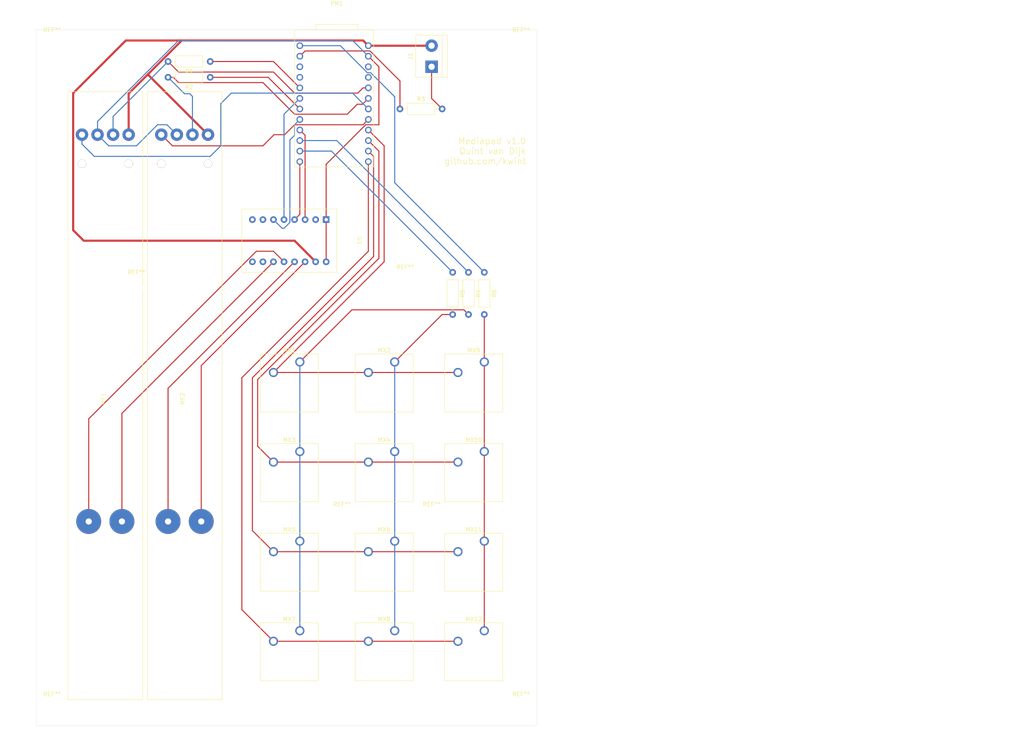
<source format=kicad_pcb>
(kicad_pcb (version 20211014) (generator pcbnew)
  (layers (0 "F.Cu" signal) (31 "B.Cu" signal) (34 "B.Paste" user) (35 "F.Paste" user) (36 "B.SilkS" user "B.Silkscreen") (37 "F.SilkS" user "F.Silkscreen") (38 "B.Mask" user) (39 "F.Mask" user) (44 "Edge.Cuts" user))
  (net 0 "")
  (net 1 "M1_pos")
  (net 2 "M1_neg")
  (net 3 "+5V")
  (net 4 "M2_pos")
  (net 5 "Earth")
  (net 6 "M2_neg")
  (net 7 "fader1")
  (net 8 "fader2")
  (net 9 "key_row1")
  (net 10 "key_row2")
  (net 11 "key_row3")
  (net 12 "key_col1")
  (net 13 "key_col2")
  (net 14 "key_row4")
  (net 15 "Net-(MF1-Pad7)")
  (net 16 "Net-(MF1-Pad6)")
  (net 17 "Net-(MF2-Pad6)")
  (net 18 "Net-(MF2-Pad7)")
  (net 19 "Net-(PM1-Pad1)")
  (net 24 "Net-(J1-Pad1)")
  (net 25 "fader_cap1")
  (net 26 "fader_cap2")
  (net 27 "Net-(MX1-Pad1)")
  (net 28 "Net-(MX2-Pad1)")
  (net 29 "Net-(MX10-Pad1)")
  (net 30 "key_col3")
  (net 31 "fader_out1")
  (net 32 "fader_out2")
  (footprint "TerminalBlock:TerminalBlock_bornier-2_P5.08mm" (layer "F.Cu") (at 114.3 21.59 90)
    (fp_text reference "J1" (at 2.54 -5.08 90) (layer "F.SilkS"))
    (fp_text value "Screw_Terminal_01x02")
    (fp_line (start -2.54 3.81) (end 7.62 3.81) (layer "F.SilkS") (width 0.12))
    (fp_line (start 7.62 -3.81) (end -2.54 -3.81) (layer "F.SilkS") (width 0.12))
    (fp_line (start -2.54 -3.81) (end -2.54 3.81) (layer "F.SilkS") (width 0.12))
    (fp_line (start 7.62 3.81) (end 7.62 -3.81) (layer "F.SilkS") (width 0.12))
    (fp_line (start 7.62 2.54) (end -2.54 2.54) (layer "F.SilkS") (width 0.12))
    (pad "1" thru_hole rect locked (at 0 0 90) (size 3 3) (drill 1.52) (layers *.Cu *.Mask) (net 24 "Net-(J1-Pad1)"))
    (pad "2" thru_hole circle locked (at 5.08 0 90) (size 3 3) (drill 1.52) (layers *.Cu *.Mask) (net 3 "+5V"))
  )
  (footprint "Button_Switch_Keyboard:SW_Cherry_MX_1.00u_PCB" (layer "F.Cu") (at 82.55 92.71)
    (fp_text reference "MX1" (at -2.54 -2.794) (layer "F.SilkS"))
    (fp_text value "MX-LED")
    (fp_line (start 4.445 -1.905) (end 4.445 12.065) (layer "F.SilkS") (width 0.12))
    (fp_line (start -9.525 -1.905) (end 4.445 -1.905) (layer "F.SilkS") (width 0.12))
    (fp_line (start -9.525 12.065) (end -9.525 -1.905) (layer "F.SilkS") (width 0.12))
    (fp_line (start 4.445 12.065) (end -9.525 12.065) (layer "F.SilkS") (width 0.12))
    (pad "" np_thru_hole circle locked (at 2.54 5.08) (size 1.7 1.7) (drill 1.7) (layers *.Cu *.Mask))
    (pad "" np_thru_hole circle locked (at -7.62 5.08) (size 1.7 1.7) (drill 1.7) (layers *.Cu *.Mask))
    (pad "" np_thru_hole circle locked (at -2.54 5.08) (size 4 4) (drill 4) (layers *.Cu *.Mask))
    (pad "1" thru_hole circle locked (at 0 0) (size 2.2 2.2) (drill 1.5) (layers *.Cu *.Mask) (net 27 "Net-(MX1-Pad1)"))
    (pad "2" thru_hole circle locked (at -6.35 2.54) (size 2.2 2.2) (drill 1.5) (layers *.Cu *.Mask) (net 9 "key_row1"))
  )
  (footprint "Button_Switch_Keyboard:SW_Cherry_MX_1.00u_PCB" (layer "F.Cu") (at 82.55 114.3)
    (fp_text reference "MX3" (at -2.54 -2.794) (layer "F.SilkS"))
    (fp_text value "MX-LED")
    (fp_line (start -9.525 -1.905) (end 4.445 -1.905) (layer "F.SilkS") (width 0.12))
    (fp_line (start 4.445 12.065) (end -9.525 12.065) (layer "F.SilkS") (width 0.12))
    (fp_line (start 4.445 -1.905) (end 4.445 12.065) (layer "F.SilkS") (width 0.12))
    (fp_line (start -9.525 12.065) (end -9.525 -1.905) (layer "F.SilkS") (width 0.12))
    (pad "" np_thru_hole circle (at -2.54 5.08) (size 4 4) (drill 4) (layers *.Cu *.Mask))
    (pad "" np_thru_hole circle (at 2.54 5.08) (size 1.7 1.7) (drill 1.7) (layers *.Cu *.Mask))
    (pad "" np_thru_hole circle (at -7.62 5.08) (size 1.7 1.7) (drill 1.7) (layers *.Cu *.Mask))
    (pad "1" thru_hole circle (at 0 0) (size 2.2 2.2) (drill 1.5) (layers *.Cu *.Mask) (net 27 "Net-(MX1-Pad1)"))
    (pad "2" thru_hole circle (at -6.35 2.54) (size 2.2 2.2) (drill 1.5) (layers *.Cu *.Mask) (net 10 "key_row2"))
  )
  (footprint "Button_Switch_Keyboard:SW_Cherry_MX_1.00u_PCB" (layer "F.Cu") (at 82.55 135.89)
    (fp_text reference "MX5" (at -2.54 -2.794) (layer "F.SilkS"))
    (fp_text value "MX-LED")
    (fp_line (start -9.525 12.065) (end -9.525 -1.905) (layer "F.SilkS") (width 0.12))
    (fp_line (start -9.525 -1.905) (end 4.445 -1.905) (layer "F.SilkS") (width 0.12))
    (fp_line (start 4.445 12.065) (end -9.525 12.065) (layer "F.SilkS") (width 0.12))
    (fp_line (start 4.445 -1.905) (end 4.445 12.065) (layer "F.SilkS") (width 0.12))
    (pad "" np_thru_hole circle locked (at 2.54 5.08) (size 1.7 1.7) (drill 1.7) (layers *.Cu *.Mask))
    (pad "" np_thru_hole circle locked (at -7.62 5.08) (size 1.7 1.7) (drill 1.7) (layers *.Cu *.Mask))
    (pad "" np_thru_hole circle locked (at -2.54 5.08) (size 4 4) (drill 4) (layers *.Cu *.Mask))
    (pad "1" thru_hole circle locked (at 0 0) (size 2.2 2.2) (drill 1.5) (layers *.Cu *.Mask) (net 27 "Net-(MX1-Pad1)"))
    (pad "2" thru_hole circle locked (at -6.35 2.54) (size 2.2 2.2) (drill 1.5) (layers *.Cu *.Mask) (net 11 "key_row3"))
  )
  (footprint "Button_Switch_Keyboard:SW_Cherry_MX_1.00u_PCB" (layer "F.Cu") (at 82.55 157.48)
    (fp_text reference "MX7" (at -2.54 -2.794) (layer "F.SilkS"))
    (fp_text value "MX-LED")
    (fp_line (start -9.525 -1.905) (end 4.445 -1.905) (layer "F.SilkS") (width 0.12))
    (fp_line (start 4.445 -1.905) (end 4.445 12.065) (layer "F.SilkS") (width 0.12))
    (fp_line (start -9.525 12.065) (end -9.525 -1.905) (layer "F.SilkS") (width 0.12))
    (fp_line (start 4.445 12.065) (end -9.525 12.065) (layer "F.SilkS") (width 0.12))
    (pad "" np_thru_hole circle locked (at -2.54 5.08) (size 4 4) (drill 4) (layers *.Cu *.Mask))
    (pad "" np_thru_hole circle locked (at -7.62 5.08) (size 1.7 1.7) (drill 1.7) (layers *.Cu *.Mask))
    (pad "" np_thru_hole circle locked (at 2.54 5.08) (size 1.7 1.7) (drill 1.7) (layers *.Cu *.Mask))
    (pad "1" thru_hole circle locked (at 0 0) (size 2.2 2.2) (drill 1.5) (layers *.Cu *.Mask) (net 27 "Net-(MX1-Pad1)"))
    (pad "2" thru_hole circle locked (at -6.35 2.54) (size 2.2 2.2) (drill 1.5) (layers *.Cu *.Mask) (net 14 "key_row4"))
  )
  (footprint "Button_Switch_Keyboard:SW_Cherry_MX_1.00u_PCB" (layer "F.Cu") (at 127 92.71)
    (fp_text reference "MX9" (at -2.54 -2.794) (layer "F.SilkS"))
    (fp_text value "MX-LED")
    (fp_line (start -9.525 12.065) (end -9.525 -1.905) (layer "F.SilkS") (width 0.12))
    (fp_line (start 4.445 -1.905) (end 4.445 12.065) (layer "F.SilkS") (width 0.12))
    (fp_line (start 4.445 12.065) (end -9.525 12.065) (layer "F.SilkS") (width 0.12))
    (fp_line (start -9.525 -1.905) (end 4.445 -1.905) (layer "F.SilkS") (width 0.12))
    (pad "" np_thru_hole circle locked (at 2.54 5.08) (size 1.7 1.7) (drill 1.7) (layers *.Cu *.Mask))
    (pad "" np_thru_hole circle locked (at -2.54 5.08) (size 4 4) (drill 4) (layers *.Cu *.Mask))
    (pad "" np_thru_hole circle locked (at -7.62 5.08) (size 1.7 1.7) (drill 1.7) (layers *.Cu *.Mask))
    (pad "1" thru_hole circle locked (at 0 0) (size 2.2 2.2) (drill 1.5) (layers *.Cu *.Mask) (net 29 "Net-(MX10-Pad1)"))
    (pad "2" thru_hole circle locked (at -6.35 2.54) (size 2.2 2.2) (drill 1.5) (layers *.Cu *.Mask) (net 9 "key_row1"))
  )
  (footprint "Button_Switch_Keyboard:SW_Cherry_MX_1.00u_PCB" (layer "F.Cu") (at 127 114.3)
    (fp_text reference "MX10" (at -2.54 -2.794) (layer "F.SilkS"))
    (fp_text value "MX-LED")
    (fp_line (start -9.525 -1.905) (end 4.445 -1.905) (layer "F.SilkS") (width 0.12))
    (fp_line (start 4.445 12.065) (end -9.525 12.065) (layer "F.SilkS") (width 0.12))
    (fp_line (start 4.445 -1.905) (end 4.445 12.065) (layer "F.SilkS") (width 0.12))
    (fp_line (start -9.525 12.065) (end -9.525 -1.905) (layer "F.SilkS") (width 0.12))
    (pad "" np_thru_hole circle locked (at -7.62 5.08) (size 1.7 1.7) (drill 1.7) (layers *.Cu *.Mask))
    (pad "" np_thru_hole circle locked (at -2.54 5.08) (size 4 4) (drill 4) (layers *.Cu *.Mask))
    (pad "" np_thru_hole circle locked (at 2.54 5.08) (size 1.7 1.7) (drill 1.7) (layers *.Cu *.Mask))
    (pad "1" thru_hole circle locked (at 0 0) (size 2.2 2.2) (drill 1.5) (layers *.Cu *.Mask) (net 29 "Net-(MX10-Pad1)"))
    (pad "2" thru_hole circle locked (at -6.35 2.54) (size 2.2 2.2) (drill 1.5) (layers *.Cu *.Mask) (net 10 "key_row2"))
  )
  (footprint "Button_Switch_Keyboard:SW_Cherry_MX_1.00u_PCB" (layer "F.Cu") (at 127 135.89)
    (fp_text reference "MX11" (at -2.54 -2.794) (layer "F.SilkS"))
    (fp_text value "MX-LED")
    (fp_line (start -9.525 12.065) (end -9.525 -1.905) (layer "F.SilkS") (width 0.12))
    (fp_line (start 4.445 12.065) (end -9.525 12.065) (layer "F.SilkS") (width 0.12))
    (fp_line (start 4.445 -1.905) (end 4.445 12.065) (layer "F.SilkS") (width 0.12))
    (fp_line (start -9.525 -1.905) (end 4.445 -1.905) (layer "F.SilkS") (width 0.12))
    (pad "" np_thru_hole circle locked (at -7.62 5.08) (size 1.7 1.7) (drill 1.7) (layers *.Cu *.Mask))
    (pad "" np_thru_hole circle locked (at 2.54 5.08) (size 1.7 1.7) (drill 1.7) (layers *.Cu *.Mask))
    (pad "" np_thru_hole circle locked (at -2.54 5.08) (size 4 4) (drill 4) (layers *.Cu *.Mask))
    (pad "1" thru_hole circle locked (at 0 0) (size 2.2 2.2) (drill 1.5) (layers *.Cu *.Mask) (net 29 "Net-(MX10-Pad1)"))
    (pad "2" thru_hole circle locked (at -6.35 2.54) (size 2.2 2.2) (drill 1.5) (layers *.Cu *.Mask) (net 11 "key_row3"))
  )
  (footprint "Button_Switch_Keyboard:SW_Cherry_MX_1.00u_PCB" (layer "F.Cu") (at 127 157.48)
    (fp_text reference "MX12" (at -2.54 -2.794) (layer "F.SilkS"))
    (fp_text value "MX-LED")
    (fp_line (start -9.525 12.065) (end -9.525 -1.905) (layer "F.SilkS") (width 0.12))
    (fp_line (start 4.445 12.065) (end -9.525 12.065) (layer "F.SilkS") (width 0.12))
    (fp_line (start -9.525 -1.905) (end 4.445 -1.905) (layer "F.SilkS") (width 0.12))
    (fp_line (start 4.445 -1.905) (end 4.445 12.065) (layer "F.SilkS") (width 0.12))
    (pad "" np_thru_hole circle locked (at -2.54 5.08) (size 4 4) (drill 4) (layers *.Cu *.Mask))
    (pad "" np_thru_hole circle locked (at 2.54 5.08) (size 1.7 1.7) (drill 1.7) (layers *.Cu *.Mask))
    (pad "" np_thru_hole circle locked (at -7.62 5.08) (size 1.7 1.7) (drill 1.7) (layers *.Cu *.Mask))
    (pad "1" thru_hole circle locked (at 0 0) (size 2.2 2.2) (drill 1.5) (layers *.Cu *.Mask) (net 29 "Net-(MX10-Pad1)"))
    (pad "2" thru_hole circle locked (at -6.35 2.54) (size 2.2 2.2) (drill 1.5) (layers *.Cu *.Mask) (net 14 "key_row4"))
  )
  (footprint "pcb:QwiicProMicroUSBC" (layer "F.Cu") (at 91.44 13.97)
    (fp_text reference "PM1" (at 0 -7.62) (layer "F.SilkS"))
    (fp_text value "QwiicProMicroUSBC")
    (fp_line (start -5.08 -1.27) (end -5.08 -2.54) (layer "F.SilkS") (width 0.12))
    (fp_line (start 8.89 31.75) (end 8.89 -1.27) (layer "F.SilkS") (width 0.12))
    (fp_line (start -10.16 -1.27) (end -10.16 1.27) (layer "F.SilkS") (width 0.12))
    (fp_line (start -10.16 31.75) (end 8.89 31.75) (layer "F.SilkS") (width 0.12))
    (fp_line (start -10.16 1.27) (end -10.16 31.75) (layer "F.SilkS") (width 0.12))
    (fp_line (start 5.08 -2.54) (end 5.08 -1.27) (layer "F.SilkS") (width 0.12))
    (fp_line (start 8.89 -1.27) (end -10.16 -1.27) (layer "F.SilkS") (width 0.12))
    (fp_line (start -5.08 -2.54) (end 5.08 -2.54) (layer "F.SilkS") (width 0.12))
    (pad "0" thru_hole oval locked (at -8.89 2.54) (size 1.6 1.6) (drill 1) (layers *.Cu *.Mask) (net 30 "key_col3"))
    (pad "1" thru_hole oval locked (at -8.89 5.08) (size 1.6 1.6) (drill 1) (layers *.Cu *.Mask) (net 19 "Net-(PM1-Pad1)"))
    (pad "2" thru_hole oval locked (at -8.89 7.62) (size 1.6 1.6) (drill 1) (layers *.Cu *.Mask))
    (pad "3" thru_hole oval locked (at -8.89 10.16) (size 1.6 1.6) (drill 1) (layers *.Cu *.Mask))
    (pad "4" thru_hole oval locked (at -8.89 12.7) (size 1.6 1.6) (drill 1) (layers *.Cu *.Mask) (net 31 "fader_out1"))
    (pad "5" thru_hole oval locked (at -8.89 15.24) (size 1.6 1.6) (drill 1) (layers *.Cu *.Mask) (net 1 "M1_pos"))
    (pad "6" thru_hole oval locked (at -8.89 17.78) (size 1.6 1.6) (drill 1) (layers *.Cu *.Mask) (net 32 "fader_out2"))
    (pad "7" thru_hole oval locked (at -8.89 20.32) (size 1.6 1.6) (drill 1) (layers *.Cu *.Mask) (net 2 "M1_neg"))
    (pad "8" thru_hole oval locked (at -8.89 22.86) (size 1.6 1.6) (drill 1) (layers *.Cu *.Mask) (net 4 "M2_pos"))
    (pad "9" thru_hole oval locked (at -8.89 25.4) (size 1.6 1.6) (drill 1) (layers *.Cu *.Mask) (net 12 "key_col1"))
    (pad "10" thru_hole oval locked (at -8.89 27.94) (size 1.6 1.6) (drill 1) (layers *.Cu *.Mask) (net 13 "key_col2"))
    (pad "11" thru_hole oval locked (at -8.89 30.48) (size 1.6 1.6) (drill 1) (layers *.Cu *.Mask) (net 6 "M2_neg"))
    (pad "12" thru_hole oval locked (at 7.62 2.54) (size 1.6 1.6) (drill 1) (layers *.Cu *.Mask) (net 3 "+5V"))
    (pad "13" thru_hole oval locked (at 7.62 5.08) (size 1.6 1.6) (drill 1) (layers *.Cu *.Mask) (net 5 "Earth"))
    (pad "14" thru_hole oval locked (at 7.62 7.62) (size 1.6 1.6) (drill 1) (layers *.Cu *.Mask))
    (pad "15" thru_hole oval locked (at 7.62 10.16) (size 1.6 1.6) (drill 1) (layers *.Cu *.Mask))
    (pad "16" thru_hole oval locked (at 7.62 12.7) (size 1.6 1.6) (drill 1) (layers *.Cu *.Mask) (net 25 "fader_cap1"))
    (pad "17" thru_hole oval locked (at 7.62 15.24) (size 1.6 1.6) (drill 1) (layers *.Cu *.Mask) (net 26 "fader_cap2"))
    (pad "18" thru_hole oval locked (at 7.62 17.78) (size 1.6 1.6) (drill 1) (layers *.Cu *.Mask) (net 7 "fader1"))
    (pad "19" thru_hole oval locked (at 7.62 20.32) (size 1.6 1.6) (drill 1) (layers *.Cu *.Mask) (net 8 "fader2"))
    (pad "20" thru_hole oval locked (at 7.62 22.86) (size 1.6 1.6) (drill 1) (layers *.Cu *.Mask) (net 9 "key_row1"))
    (pad "21" thru_hole oval locked (at 7.62 25.4) (size 1.6 1.6) (drill 1) (layers *.Cu *.Mask) (net 10 "key_row2"))
    (pad "22" thru_hole oval locked (at 7.62 27.94) (size 1.6 1.6) (drill 1) (layers *.Cu *.Mask) (net 11 "key_row3"))
    (pad "23" thru_hole oval locked (at 7.62 30.48) (size 1.6 1.6) (drill 1) (layers *.Cu *.Mask) (net 14 "key_row4"))
  )
  (footprint "Resistor_THT:R_Axial_DIN0207_L6.3mm_D2.5mm_P10.16mm_Horizontal" (layer "F.Cu") (at 60.96 20.32 180)
    (fp_text reference "R1" (at 5.08 -2.37) (layer "F.SilkS"))
    (fp_text value "5M")
    (fp_line (start 1.81 1.37) (end 8.35 1.37) (layer "F.SilkS") (width 0.12))
    (fp_line (start 1.04 0) (end 1.81 0) (layer "F.SilkS") (width 0.12))
    (fp_line (start 9.12 0) (end 8.35 0) (layer "F.SilkS") (width 0.12))
    (fp_line (start 1.81 -1.37) (end 1.81 1.37) (layer "F.SilkS") (width 0.12))
    (fp_line (start 8.35 1.37) (end 8.35 -1.37) (layer "F.SilkS") (width 0.12))
    (fp_line (start 8.35 -1.37) (end 1.81 -1.37) (layer "F.SilkS") (width 0.12))
    (pad "1" thru_hole circle locked (at 0 0 180) (size 1.6 1.6) (drill 0.8) (layers *.Cu *.Mask) (net 31 "fader_out1"))
    (pad "2" thru_hole oval locked (at 10.16 0 180) (size 1.6 1.6) (drill 0.8) (layers *.Cu *.Mask) (net 25 "fader_cap1"))
  )
  (footprint "Resistor_THT:R_Axial_DIN0207_L6.3mm_D2.5mm_P10.16mm_Horizontal" (layer "F.Cu") (at 106.68 31.75)
    (fp_text reference "R3" (at 5.08 -2.37) (layer "F.SilkS"))
    (fp_text value "200")
    (fp_line (start 1.04 0) (end 1.81 0) (layer "F.SilkS") (width 0.12))
    (fp_line (start 8.35 1.37) (end 8.35 -1.37) (layer "F.SilkS") (width 0.12))
    (fp_line (start 9.12 0) (end 8.35 0) (layer "F.SilkS") (width 0.12))
    (fp_line (start 1.81 -1.37) (end 1.81 1.37) (layer "F.SilkS") (width 0.12))
    (fp_line (start 8.35 -1.37) (end 1.81 -1.37) (layer "F.SilkS") (width 0.12))
    (fp_line (start 1.81 1.37) (end 8.35 1.37) (layer "F.SilkS") (width 0.12))
    (pad "1" thru_hole circle locked (at 0 0) (size 1.6 1.6) (drill 0.8) (layers *.Cu *.Mask) (net 19 "Net-(PM1-Pad1)"))
    (pad "2" thru_hole oval locked (at 10.16 0) (size 1.6 1.6) (drill 0.8) (layers *.Cu *.Mask) (net 24 "Net-(J1-Pad1)"))
  )
  (footprint "Resistor_THT:R_Axial_DIN0207_L6.3mm_D2.5mm_P10.16mm_Horizontal" (layer "F.Cu") (at 60.96 24.13 180)
    (fp_text reference "R2" (at 5.08 -2.37) (layer "F.SilkS"))
    (fp_text value "5M")
    (fp_line (start 1.81 1.37) (end 8.35 1.37) (layer "F.SilkS") (width 0.12))
    (fp_line (start 8.35 -1.37) (end 1.81 -1.37) (layer "F.SilkS") (width 0.12))
    (fp_line (start 9.12 0) (end 8.35 0) (layer "F.SilkS") (width 0.12))
    (fp_line (start 1.04 0) (end 1.81 0) (layer "F.SilkS") (width 0.12))
    (fp_line (start 8.35 1.37) (end 8.35 -1.37) (layer "F.SilkS") (width 0.12))
    (fp_line (start 1.81 -1.37) (end 1.81 1.37) (layer "F.SilkS") (width 0.12))
    (pad "1" thru_hole circle locked (at 0 0 180) (size 1.6 1.6) (drill 0.8) (layers *.Cu *.Mask) (net 32 "fader_out2"))
    (pad "2" thru_hole oval locked (at 10.16 0 180) (size 1.6 1.6) (drill 0.8) (layers *.Cu *.Mask) (net 26 "fader_cap2"))
  )
  (footprint "Button_Switch_Keyboard:SW_Cherry_MX_1.00u_PCB" (layer "F.Cu") (at 105.41 92.71)
    (fp_text reference "MX2" (at -2.54 -2.794) (layer "F.SilkS"))
    (fp_text value "MX-LED")
    (fp_line (start -9.525 12.065) (end -9.525 -1.905) (layer "F.SilkS") (width 0.12))
    (fp_line (start 4.445 12.065) (end -9.525 12.065) (layer "F.SilkS") (width 0.12))
    (fp_line (start -9.525 -1.905) (end 4.445 -1.905) (layer "F.SilkS") (width 0.12))
    (fp_line (start 4.445 -1.905) (end 4.445 12.065) (layer "F.SilkS") (width 0.12))
    (pad "" np_thru_hole circle locked (at 2.54 5.08) (size 1.7 1.7) (drill 1.7) (layers *.Cu *.Mask))
    (pad "" np_thru_hole circle locked (at -7.62 5.08) (size 1.7 1.7) (drill 1.7) (layers *.Cu *.Mask))
    (pad "" np_thru_hole circle locked (at -2.54 5.08) (size 4 4) (drill 4) (layers *.Cu *.Mask))
    (pad "1" thru_hole circle locked (at 0 0) (size 2.2 2.2) (drill 1.5) (layers *.Cu *.Mask) (net 28 "Net-(MX2-Pad1)"))
    (pad "2" thru_hole circle locked (at -6.35 2.54) (size 2.2 2.2) (drill 1.5) (layers *.Cu *.Mask) (net 9 "key_row1"))
  )
  (footprint "Button_Switch_Keyboard:SW_Cherry_MX_1.00u_PCB" (layer "F.Cu") (at 105.41 114.3)
    (fp_text reference "MX4" (at -2.54 -2.794) (layer "F.SilkS"))
    (fp_text value "MX-LED")
    (fp_line (start -9.525 -1.905) (end 4.445 -1.905) (layer "F.SilkS") (width 0.12))
    (fp_line (start 4.445 12.065) (end -9.525 12.065) (layer "F.SilkS") (width 0.12))
    (fp_line (start 4.445 -1.905) (end 4.445 12.065) (layer "F.SilkS") (width 0.12))
    (fp_line (start -9.525 12.065) (end -9.525 -1.905) (layer "F.SilkS") (width 0.12))
    (pad "" np_thru_hole circle locked (at -7.62 5.08) (size 1.7 1.7) (drill 1.7) (layers *.Cu *.Mask))
    (pad "" np_thru_hole circle locked (at 2.54 5.08) (size 1.7 1.7) (drill 1.7) (layers *.Cu *.Mask))
    (pad "" np_thru_hole circle locked (at -2.54 5.08) (size 4 4) (drill 4) (layers *.Cu *.Mask))
    (pad "1" thru_hole circle locked (at 0 0) (size 2.2 2.2) (drill 1.5) (layers *.Cu *.Mask) (net 28 "Net-(MX2-Pad1)"))
    (pad "2" thru_hole circle locked (at -6.35 2.54) (size 2.2 2.2) (drill 1.5) (layers *.Cu *.Mask) (net 10 "key_row2"))
  )
  (footprint "Resistor_THT:R_Axial_DIN0207_L6.3mm_D2.5mm_P10.16mm_Horizontal" (layer "F.Cu") (at 119.38 71.12 -90)
    (fp_text reference "R5" (at 5.08 -2.37 90) (layer "F.SilkS"))
    (fp_text value "200")
    (fp_line (start 1.81 -1.37) (end 1.81 1.37) (layer "F.SilkS") (width 0.12))
    (fp_line (start 8.35 -1.37) (end 1.81 -1.37) (layer "F.SilkS") (width 0.12))
    (fp_line (start 1.81 1.37) (end 8.35 1.37) (layer "F.SilkS") (width 0.12))
    (fp_line (start 9.12 0) (end 8.35 0) (layer "F.SilkS") (width 0.12))
    (fp_line (start 1.04 0) (end 1.81 0) (layer "F.SilkS") (width 0.12))
    (fp_line (start 8.35 1.37) (end 8.35 -1.37) (layer "F.SilkS") (width 0.12))
    (pad "1" thru_hole circle locked (at 0 0 270) (size 1.6 1.6) (drill 0.8) (layers *.Cu *.Mask) (net 13 "key_col2"))
    (pad "2" thru_hole oval locked (at 10.16 0 270) (size 1.6 1.6) (drill 0.8) (layers *.Cu *.Mask) (net 28 "Net-(MX2-Pad1)"))
  )
  (footprint "Resistor_THT:R_Axial_DIN0207_L6.3mm_D2.5mm_P10.16mm_Horizontal" (layer "F.Cu") (at 123.19 71.12 -90)
    (fp_text reference "R4" (at 5.08 -2.37 90) (layer "F.SilkS"))
    (fp_text value "200")
    (fp_line (start 8.35 1.37) (end 8.35 -1.37) (layer "F.SilkS") (width 0.12))
    (fp_line (start 1.81 1.37) (end 8.35 1.37) (layer "F.SilkS") (width 0.12))
    (fp_line (start 1.04 0) (end 1.81 0) (layer "F.SilkS") (width 0.12))
    (fp_line (start 1.81 -1.37) (end 1.81 1.37) (layer "F.SilkS") (width 0.12))
    (fp_line (start 9.12 0) (end 8.35 0) (layer "F.SilkS") (width 0.12))
    (fp_line (start 8.35 -1.37) (end 1.81 -1.37) (layer "F.SilkS") (width 0.12))
    (pad "1" thru_hole circle locked (at 0 0 270) (size 1.6 1.6) (drill 0.8) (layers *.Cu *.Mask) (net 12 "key_col1"))
    (pad "2" thru_hole oval locked (at 10.16 0 270) (size 1.6 1.6) (drill 0.8) (layers *.Cu *.Mask) (net 27 "Net-(MX1-Pad1)"))
  )
  (footprint "Button_Switch_Keyboard:SW_Cherry_MX_1.00u_PCB" (layer "F.Cu") (at 105.41 135.89)
    (fp_text reference "MX6" (at -2.54 -2.794) (layer "F.SilkS"))
    (fp_text value "MX-LED")
    (fp_line (start -9.525 12.065) (end -9.525 -1.905) (layer "F.SilkS") (width 0.12))
    (fp_line (start -9.525 -1.905) (end 4.445 -1.905) (layer "F.SilkS") (width 0.12))
    (fp_line (start 4.445 -1.905) (end 4.445 12.065) (layer "F.SilkS") (width 0.12))
    (fp_line (start 4.445 12.065) (end -9.525 12.065) (layer "F.SilkS") (width 0.12))
    (pad "" np_thru_hole circle locked (at 2.54 5.08) (size 1.7 1.7) (drill 1.7) (layers *.Cu *.Mask))
    (pad "" np_thru_hole circle locked (at -7.62 5.08) (size 1.7 1.7) (drill 1.7) (layers *.Cu *.Mask))
    (pad "" np_thru_hole circle locked (at -2.54 5.08) (size 4 4) (drill 4) (layers *.Cu *.Mask))
    (pad "1" thru_hole circle locked (at 0 0) (size 2.2 2.2) (drill 1.5) (layers *.Cu *.Mask) (net 28 "Net-(MX2-Pad1)"))
    (pad "2" thru_hole circle locked (at -6.35 2.54) (size 2.2 2.2) (drill 1.5) (layers *.Cu *.Mask) (net 11 "key_row3"))
  )
  (footprint "Button_Switch_Keyboard:SW_Cherry_MX_1.00u_PCB" (layer "F.Cu") (at 105.41 157.48)
    (fp_text reference "MX8" (at -2.54 -2.794) (layer "F.SilkS"))
    (fp_text value "MX-LED")
    (fp_line (start -9.525 12.065) (end -9.525 -1.905) (layer "F.SilkS") (width 0.12))
    (fp_line (start 4.445 -1.905) (end 4.445 12.065) (layer "F.SilkS") (width 0.12))
    (fp_line (start -9.525 -1.905) (end 4.445 -1.905) (layer "F.SilkS") (width 0.12))
    (fp_line (start 4.445 12.065) (end -9.525 12.065) (layer "F.SilkS") (width 0.12))
    (pad "" np_thru_hole circle locked (at -2.54 5.08) (size 4 4) (drill 4) (layers *.Cu *.Mask))
    (pad "" np_thru_hole circle locked (at 2.54 5.08) (size 1.7 1.7) (drill 1.7) (layers *.Cu *.Mask))
    (pad "" np_thru_hole circle locked (at -7.62 5.08) (size 1.7 1.7) (drill 1.7) (layers *.Cu *.Mask))
    (pad "1" thru_hole circle locked (at 0 0) (size 2.2 2.2) (drill 1.5) (layers *.Cu *.Mask) (net 28 "Net-(MX2-Pad1)"))
    (pad "2" thru_hole circle locked (at -6.35 2.54) (size 2.2 2.2) (drill 1.5) (layers *.Cu *.Mask) (net 14 "key_row4"))
  )
  (footprint "Resistor_THT:R_Axial_DIN0207_L6.3mm_D2.5mm_P10.16mm_Horizontal" (layer "F.Cu") (at 127 71.12 -90)
    (fp_text reference "R6" (at 5.08 -2.37 90) (layer "F.SilkS"))
    (fp_text value "200")
    (fp_line (start 8.35 -1.37) (end 1.81 -1.37) (layer "F.SilkS") (width 0.12))
    (fp_line (start 1.81 -1.37) (end 1.81 1.37) (layer "F.SilkS") (width 0.12))
    (fp_line (start 8.35 1.37) (end 8.35 -1.37) (layer "F.SilkS") (width 0.12))
    (fp_line (start 1.81 1.37) (end 8.35 1.37) (layer "F.SilkS") (width 0.12))
    (fp_line (start 9.12 0) (end 8.35 0) (layer "F.SilkS") (width 0.12))
    (fp_line (start 1.04 0) (end 1.81 0) (layer "F.SilkS") (width 0.12))
    (pad "1" thru_hole circle locked (at 0 0 270) (size 1.6 1.6) (drill 0.8) (layers *.Cu *.Mask) (net 30 "key_col3"))
    (pad "2" thru_hole oval locked (at 10.16 0 270) (size 1.6 1.6) (drill 0.8) (layers *.Cu *.Mask) (net 29 "Net-(MX10-Pad1)"))
  )
  (footprint "MountingHole:MountingHole_3.2mm_M3_DIN965" (layer "F.Cu") (at 107.95 73.66)
    (fp_text reference "REF**" (at 0 -3.8) (layer "F.SilkS"))
    (fp_text value "MountingHole_3.2mm_M3_DIN965")
    (pad "" np_thru_hole circle locked (at 0 0) (size 3.2 3.2) (drill 3.2) (layers *.Cu *.Mask))
  )
  (footprint "MountingHole:MountingHole_3.2mm_M3_DIN965" (layer "F.Cu") (at 92.71 130.81)
    (fp_text reference "REF**" (at 0 -3.8) (layer "F.SilkS"))
    (fp_text value "MountingHole_3.2mm_M3_DIN965")
    (pad "" np_thru_hole circle locked (at 0 0) (size 3.2 3.2) (drill 3.2) (layers *.Cu *.Mask))
  )
  (footprint "MountingHole:MountingHole_3.2mm_M3_DIN965" (layer "F.Cu") (at 43.18 74.93)
    (fp_text reference "REF**" (at 0 -3.8) (layer "F.SilkS"))
    (fp_text value "MountingHole_3.2mm_M3_DIN965")
    (pad "" np_thru_hole circle locked (at 0 0) (size 3.2 3.2) (drill 3.2) (layers *.Cu *.Mask))
  )
  (footprint "Quint:motorized_fader" (layer "F.Cu") (at 35.68 101.6 -90)
    (fp_text reference "MF1" (at 0 0.5 90) (layer "F.SilkS"))
    (fp_text value "motorized_fader")
    (fp_line (start 72.5 -9) (end -74 -9) (layer "F.SilkS") (width 0.12))
    (fp_line (start -74 -9) (end -74 9) (layer "F.SilkS") (width 0.12))
    (fp_line (start 72.5 9) (end 72.5 -9) (layer "F.SilkS") (width 0.12))
    (fp_line (start -74 9) (end 72.5 9) (layer "F.SilkS") (width 0.12))
    (pad "1" thru_hole circle (at -63.65 -5.625 270) (size 3 3) (drill 1.5) (layers *.Cu *.Mask) (net 3 "+5V"))
    (pad "2" thru_hole circle (at -63.65 5.625 270) (size 3 3) (drill 1.5) (layers *.Cu *.Mask) (net 7 "fader1"))
    (pad "3" thru_hole circle (at -63.65 1.875 270) (size 3 3) (drill 1.5) (layers *.Cu *.Mask) (net 5 "Earth"))
    (pad "4" thru_hole circle (at -56.65 -5.625 270) (size 2 2) (drill 2) (layers *.Cu *.Mask))
    (pad "5" thru_hole circle (at -56.65 5.625 270) (size 2 2) (drill 2) (layers *.Cu *.Mask))
    (pad "6" thru_hole circle (at 29.55 -4 270) (size 6 6) (drill 1.5) (layers *.Cu *.Mask) (net 16 "Net-(MF1-Pad6)"))
    (pad "7" thru_hole circle (at 29.55 4 270) (size 6 6) (drill 1.5) (layers *.Cu *.Mask) (net 15 "Net-(MF1-Pad7)"))
    (pad "8" thru_hole circle (at -63.65 -1.875 270) (size 3 3) (drill 1.5) (layers *.Cu *.Mask) (net 25 "fader_cap1"))
  )
  (footprint "MountingHole:MountingHole_3.2mm_M3_DIN965" (layer "F.Cu") (at 114.3 130.81)
    (fp_text reference "REF**" (at 0 -3.8) (layer "F.SilkS"))
    (fp_text value "MountingHole_3.2mm_M3_DIN965")
    (pad "" np_thru_hole circle locked (at 0 0) (size 3.2 3.2) (drill 3.2) (layers *.Cu *.Mask))
  )
  (footprint "MountingHole:MountingHole_3.2mm_M3_DIN965" (layer "F.Cu") (at 135.89 176.53)
    (fp_text reference "REF**" (at 0 -3.8) (layer "F.SilkS"))
    (fp_text value "MountingHole_3.2mm_M3_DIN965")
    (pad "" np_thru_hole circle locked (at 0 0) (size 3.2 3.2) (drill 3.2) (layers *.Cu *.Mask))
  )
  (footprint "" (layer "F.Cu") (at 148.59 72.39)
    (fp_text reference "" (at 107.95 73.66) (layer "F.SilkS") (effects (font (size 1.27 1.27))))
    (fp_text value "" (at 107.95 73.66) (layer "F.SilkS") (effects (font (size 1.27 1.27))))
  )
  (footprint "MountingHole:MountingHole_3.2mm_M3_DIN965" (layer "F.Cu") (at 22.86 176.53)
    (fp_text reference "REF**" (at 0 -3.8) (layer "F.SilkS"))
    (fp_text value "MountingHole_3.2mm_M3_DIN965")
    (pad "" np_thru_hole circle locked (at 0 0) (size 3.2 3.2) (drill 3.2) (layers *.Cu *.Mask))
  )
  (footprint "Quint:motorized_fader" (layer "F.Cu") (at 54.8 101.6 -90)
    (fp_text reference "MF2" (at 0 0.5 90) (layer "F.SilkS"))
    (fp_text value "motorized_fader")
    (fp_line (start -74 9) (end 72.5 9) (layer "F.SilkS") (width 0.12))
    (fp_line (start 72.5 9) (end 72.5 -9) (layer "F.SilkS") (width 0.12))
    (fp_line (start 72.5 -9) (end -74 -9) (layer "F.SilkS") (width 0.12))
    (fp_line (start -74 -9) (end -74 9) (layer "F.SilkS") (width 0.12))
    (pad "1" thru_hole circle (at -63.65 -5.625 270) (size 3 3) (drill 1.5) (layers *.Cu *.Mask) (net 3 "+5V"))
    (pad "2" thru_hole circle (at -63.65 5.625 270) (size 3 3) (drill 1.5) (layers *.Cu *.Mask) (net 8 "fader2"))
    (pad "3" thru_hole circle (at -63.65 1.875 270) (size 3 3) (drill 1.5) (layers *.Cu *.Mask) (net 5 "Earth"))
    (pad "4" thru_hole circle (at -56.65 -5.625 270) (size 2 2) (drill 2) (layers *.Cu *.Mask))
    (pad "5" thru_hole circle (at -56.65 5.625 270) (size 2 2) (drill 2) (layers *.Cu *.Mask))
    (pad "6" thru_hole circle (at 29.55 -4 270) (size 6 6) (drill 1.5) (layers *.Cu *.Mask) (net 17 "Net-(MF2-Pad6)"))
    (pad "7" thru_hole circle (at 29.55 4 270) (size 6 6) (drill 1.5) (layers *.Cu *.Mask) (net 18 "Net-(MF2-Pad7)"))
    (pad "8" thru_hole circle (at -63.65 -1.875 270) (size 3 3) (drill 1.5) (layers *.Cu *.Mask) (net 26 "fader_cap2"))
  )
  (footprint "MountingHole:MountingHole_3.2mm_M3_DIN965" (layer "F.Cu") (at 22.86 16.51)
    (fp_text reference "REF**" (at 0 -3.8) (layer "F.SilkS"))
    (fp_text value "MountingHole_3.2mm_M3_DIN965")
    (pad "" np_thru_hole circle locked (at 0 0) (size 3.2 3.2) (drill 3.2) (layers *.Cu *.Mask))
  )
  (footprint "MountingHole:MountingHole_3.2mm_M3_DIN965" (layer "F.Cu") (at 135.89 16.51)
    (fp_text reference "REF**" (at 0 -3.8) (layer "F.SilkS"))
    (fp_text value "MountingHole_3.2mm_M3_DIN965")
    (pad "" np_thru_hole circle locked (at 0 0) (size 3.2 3.2) (drill 3.2) (layers *.Cu *.Mask))
  )
  (footprint "Quint:Pololu_DRV8833" (layer "F.Cu") (at 96.52 63.5 -90)
    (fp_text reference "U1" (at 0 -0.5 -90 unlocked) (layer "F.SilkS"))
    (fp_text value "Pololu_Breakout_DRV8833")
    (fp_line (start -3.81 8.89) (end -6.48 8.89) (layer "F.SilkS") (width 0.12))
    (fp_rect (start -7.62 5.08) (end 7.62 27.94) (layer "F.SilkS") (width 0.12) (fill none))
    (pad "0" thru_hole rect (at -5.08 7.62 270) (size 1.6 1.6) (drill 0.8) (layers *.Cu *.Mask) (net 5 "Earth"))
    (pad "1" thru_hole oval (at -5.08 10.16 270) (size 1.6 1.6) (drill 0.8) (layers *.Cu *.Mask))
    (pad "2" thru_hole oval (at -5.08 12.7 270) (size 1.6 1.6) (drill 0.8) (layers *.Mask "F.Cu" "In1.Cu" "B.Cu") (net 4 "M2_pos"))
    (pad "3" thru_hole oval (at -5.08 15.24 270) (size 1.6 1.6) (drill 0.8) (layers *.Mask "F.Cu" "In1.Cu" "B.Cu") (net 6 "M2_neg"))
    (pad "4" thru_hole oval (at -5.08 17.78 270) (size 1.6 1.6) (drill 0.8) (layers *.Mask "F.Cu" "In1.Cu" "B.Cu") (net 1 "M1_pos"))
    (pad "5" thru_hole oval (at -5.08 20.32 270) (size 1.6 1.6) (drill 0.8) (layers *.Mask "F.Cu" "In1.Cu" "B.Cu") (net 2 "M1_neg"))
    (pad "6" thru_hole oval (at -5.08 22.86 270) (size 1.6 1.6) (drill 0.8) (layers *.Mask "F.Cu" "In1.Cu" "B.Cu"))
    (pad "7" thru_hole oval (at -5.08 25.4 270) (size 1.6 1.6) (drill 0.8) (layers *.Mask "F.Cu" "In1.Cu" "B.Cu"))
    (pad "8" thru_hole oval (at 5.08 7.62 270) (size 1.6 1.6) (drill 0.8) (layers *.Cu *.Mask) (net 5 "Earth"))
    (pad "9" thru_hole oval (at 5.08 10.16 270) (size 1.6 1.6) (drill 0.8) (layers *.Cu *.Mask) (net 3 "+5V"))
    (pad "10" thru_hole oval (at 5.08 12.7 270) (size 1.6 1.6) (drill 0.8) (layers *.Cu *.Mask) (net 17 "Net-(MF2-Pad6)"))
    (pad "11" thru_hole oval (at 5.08 15.24 270) (size 1.6 1.6) (drill 0.8) (layers *.Cu *.Mask) (net 18 "Net-(MF2-Pad7)"))
    (pad "12" thru_hole oval (at 5.08 17.78 270) (size 1.6 1.6) (drill 0.8) (layers *.Cu *.Mask) (net 15 "Net-(MF1-Pad7)"))
    (pad "13" thru_hole oval (at 5.08 20.32 270) (size 1.6 1.6) (drill 0.8) (layers *.Cu *.Mask) (net 16 "Net-(MF1-Pad6)"))
    (pad "14" thru_hole oval (at 5.08 22.86 270) (size 1.6 1.6) (drill 0.8) (layers *.Cu *.Mask))
    (pad "15" thru_hole oval (at 5.08 25.4 270) (size 1.6 1.6) (drill 0.8) (layers *.Cu *.Mask))
  )
  (gr_line (start 139.7 12.7) (end 139.7 13.97) (layer "Edge.Cuts") (width 0.05))
  (gr_line (start 139.7 13.97) (end 139.7 180.34) (layer "Edge.Cuts") (width 0.05))
  (gr_line (start 19.05 12.7) (end 139.7 12.7) (layer "Edge.Cuts") (width 0.05))
  (gr_line (start 19.05 180.34) (end 19.05 12.7) (layer "Edge.Cuts") (width 0.05))
  (gr_line (start 139.7 180.34) (end 19.05 180.34) (layer "Edge.Cuts") (width 0.05))
  (gr_text "Mediapad v1.0\nQuint van Dijk\ngithub.com/kwint" (at 137.16 41.91) (layer "F.SilkS") (effects (font (size 1.5 1.5)) (justify right)))
  (segment (start 82.55 29.21) (end 78.74 33.02) (width 0.25) (layer "B.Cu") (net 1))
  (segment (start 78.74 33.02) (end 78.74 58.42) (width 0.25) (layer "B.Cu") (net 1))
  (segment (start 81.28 35.56) (end 81.28 38.1) (width 0.25) (layer "B.Cu") (net 2))
  (segment (start 82.55 34.29) (end 81.28 35.56) (width 0.25) (layer "B.Cu") (net 2))
  (segment (start 80.155 39.225) (end 80.155 59.095) (width 0.25) (layer "B.Cu") (net 2))
  (segment (start 78.29 60.51) (end 76.2 58.42) (width 0.25) (layer "B.Cu") (net 2))
  (segment (start 81.28 38.1) (end 80.155 39.225) (width 0.25) (layer "B.Cu") (net 2))
  (segment (start 78.74 60.51) (end 78.29 60.51) (width 0.25) (layer "B.Cu") (net 2))
  (segment (start 80.155 59.095) (end 78.74 60.51) (width 0.25) (layer "B.Cu") (net 2))
  (segment (start 30.48 63.5) (end 27.94 60.96) (width 0.5) (layer "F.Cu") (net 3))
  (segment (start 46.106117 23.246117) (end 41.305 28.047233) (width 0.5) (layer "F.Cu") (net 3))
  (segment (start 99.06 16.51) (end 97.81 15.26) (width 0.5) (layer "F.Cu") (net 3))
  (segment (start 27.94 27.94) (end 40.62 15.26) (width 0.5) (layer "F.Cu") (net 3))
  (segment (start 46.106117 23.246117) (end 46.106117 23.631117) (width 0.5) (layer "F.Cu") (net 3))
  (segment (start 54.092233 15.26) (end 46.106117 23.246117) (width 0.5) (layer "F.Cu") (net 3))
  (segment (start 40.62 15.26) (end 54.092233 15.26) (width 0.5) (layer "F.Cu") (net 3))
  (segment (start 97.81 15.26) (end 54.092233 15.26) (width 0.5) (layer "F.Cu") (net 3))
  (segment (start 81.28 63.5) (end 30.48 63.5) (width 0.5) (layer "F.Cu") (net 3))
  (segment (start 86.36 68.58) (end 81.28 63.5) (width 0.5) (layer "F.Cu") (net 3))
  (segment (start 41.305 28.047233) (end 41.305 37.95) (width 0.5) (layer "F.Cu") (net 3))
  (segment (start 46.106117 23.631117) (end 60.425 37.95) (width 0.5) (layer "F.Cu") (net 3))
  (segment (start 99.06 16.51) (end 114.3 16.51) (width 0.5) (layer "F.Cu") (net 3))
  (segment (start 27.94 60.96) (end 27.94 27.94) (width 0.5) (layer "F.Cu") (net 3))
  (segment (start 41.305 39.201322) (end 41.305 37.95) (width 0.5) (layer "F.Cu") (net 3))
  (segment (start 82.55 36.83) (end 83.82 38.1) (width 0.25) (layer "F.Cu") (net 4))
  (segment (start 83.82 38.1) (end 83.82 58.42) (width 0.25) (layer "F.Cu") (net 4))
  (segment (start 101.6 35.56) (end 98.426396 35.56) (width 0.25) (layer "F.Cu") (net 5))
  (segment (start 99.06 19.05) (end 101.6 21.59) (width 0.25) (layer "F.Cu") (net 5))
  (segment (start 98.426396 35.56) (end 88.9 45.086396) (width 0.25) (layer "F.Cu") (net 5))
  (segment (start 88.9 58.42) (end 88.9 68.58) (width 0.25) (layer "F.Cu") (net 5))
  (segment (start 101.6 21.59) (end 101.6 35.56) (width 0.25) (layer "F.Cu") (net 5))
  (segment (start 88.9 45.086396) (end 88.9 58.42) (width 0.25) (layer "F.Cu") (net 5))
  (segment (start 48.26 35.56) (end 50.535 35.56) (width 0.25) (layer "B.Cu") (net 5))
  (segment (start 50.535 35.56) (end 52.925 37.95) (width 0.25) (layer "B.Cu") (net 5))
  (segment (start 33.805 37.95) (end 36.495 40.64) (width 0.25) (layer "B.Cu") (net 5))
  (segment (start 43.18 40.64) (end 48.26 35.56) (width 0.25) (layer "B.Cu") (net 5))
  (segment (start 33.805 34.775) (end 33.805 37.95) (width 0.25) (layer "B.Cu") (net 5))
  (segment (start 53.195 15.385) (end 33.805 34.775) (width 0.25) (layer "B.Cu") (net 5))
  (segment (start 36.495 40.64) (end 43.18 40.64) (width 0.25) (layer "B.Cu") (net 5))
  (segment (start 95.395 15.385) (end 53.195 15.385) (width 0.25) (layer "B.Cu") (net 5))
  (segment (start 99.06 19.05) (end 95.395 15.385) (width 0.25) (layer "B.Cu") (net 5))
  (segment (start 82.55 44.45) (end 82.55 57.15) (width 0.25) (layer "F.Cu") (net 6))
  (segment (start 82.55 57.15) (end 81.28 58.42) (width 0.25) (layer "F.Cu") (net 6))
  (segment (start 63.5 30.48) (end 63.5 40.64) (width 0.25) (layer "B.Cu") (net 7))
  (segment (start 99.06 31.75) (end 95.25 27.94) (width 0.25) (layer "B.Cu") (net 7))
  (segment (start 63.5 40.64) (end 60.96 43.18) (width 0.25) (layer "B.Cu") (net 7))
  (segment (start 95.25 27.94) (end 66.04 27.94) (width 0.25) (layer "B.Cu") (net 7))
  (segment (start 30.055 40.215) (end 30.055 37.95) (width 0.25) (layer "B.Cu") (net 7))
  (segment (start 60.96 43.18) (end 33.02 43.18) (width 0.25) (layer "B.Cu") (net 7))
  (segment (start 66.04 27.94) (end 63.5 30.48) (width 0.25) (layer "B.Cu") (net 7))
  (segment (start 33.02 43.18) (end 30.055 40.215) (width 0.25) (layer "B.Cu") (net 7))
  (segment (start 78.885 37.955) (end 81.28 35.56) (width 0.25) (layer "F.Cu") (net 8))
  (segment (start 49.175 37.95) (end 51.865 40.64) (width 0.25) (layer "F.Cu") (net 8))
  (segment (start 76.345 37.955) (end 78.885 37.955) (width 0.25) (layer "F.Cu") (net 8))
  (segment (start 51.865 40.64) (end 73.66 40.64) (width 0.25) (layer "F.Cu") (net 8))
  (segment (start 81.28 35.56) (end 97.79 35.56) (width 0.25) (layer "F.Cu") (net 8))
  (segment (start 97.79 35.56) (end 99.06 34.29) (width 0.25) (layer "F.Cu") (net 8))
  (segment (start 73.66 40.64) (end 76.345 37.955) (width 0.25) (layer "F.Cu") (net 8))
  (segment (start 76.2 95.25) (end 99.06 95.25) (width 0.25) (layer "F.Cu") (net 9))
  (segment (start 102.87 40.64) (end 102.87 68.58) (width 0.25) (layer "F.Cu") (net 9))
  (segment (start 99.06 95.25) (end 120.65 95.25) (width 0.25) (layer "F.Cu") (net 9))
  (segment (start 76.2 95.25) (end 102.87 68.58) (width 0.25) (layer "F.Cu") (net 9))
  (segment (start 102.87 40.64) (end 99.06 36.83) (width 0.25) (layer "F.Cu") (net 9))
  (segment (start 76.2 116.84) (end 99.06 116.84) (width 0.25) (layer "F.Cu") (net 10))
  (segment (start 72.39 96.950998) (end 101.6 67.740998) (width 0.25) (layer "F.Cu") (net 10))
  (segment (start 72.39 113.03) (end 72.39 96.950998) (width 0.25) (layer "F.Cu") (net 10))
  (segment (start 99.06 39.37) (end 101.6 41.91) (width 0.25) (layer "F.Cu") (net 10))
  (segment (start 76.2 116.84) (end 72.39 113.03) (width 0.25) (layer "F.Cu") (net 10))
  (segment (start 120.65 116.84) (end 99.06 116.84) (width 0.25) (layer "F.Cu") (net 10))
  (segment (start 101.6 41.91) (end 101.6 67.740998) (width 0.25) (layer "F.Cu") (net 10))
  (segment (start 76.2 138.43) (end 99.06 138.43) (width 0.25) (layer "F.Cu") (net 11))
  (segment (start 71.12 133.35) (end 71.12 96.52) (width 0.25) (layer "F.Cu") (net 11))
  (segment (start 100.33 67.31) (end 100.33 43.18) (width 0.25) (layer "F.Cu") (net 11))
  (segment (start 71.12 96.52) (end 100.33 67.31) (width 0.25) (layer "F.Cu") (net 11))
  (segment (start 100.33 43.18) (end 99.06 41.91) (width 0.25) (layer "F.Cu") (net 11))
  (segment (start 99.06 138.43) (end 120.65 138.43) (width 0.25) (layer "F.Cu") (net 11))
  (segment (start 76.2 138.43) (end 71.12 133.35) (width 0.25) (layer "F.Cu") (net 11))
  (segment (start 91.44 39.37) (end 123.19 71.12) (width 0.25) (layer "B.Cu") (net 12))
  (segment (start 82.55 39.37) (end 91.44 39.37) (width 0.25) (layer "B.Cu") (net 12))
  (segment (start 90.17 41.91) (end 119.38 71.12) (width 0.25) (layer "B.Cu") (net 13))
  (segment (start 82.55 41.91) (end 90.17 41.91) (width 0.25) (layer "B.Cu") (net 13))
  (segment (start 76.2 160.02) (end 99.06 160.02) (width 0.25) (layer "F.Cu") (net 14))
  (segment (start 99.06 66.04) (end 68.58 96.52) (width 0.25) (layer "F.Cu") (net 14))
  (segment (start 68.58 152.4) (end 76.2 160.02) (width 0.25) (layer "F.Cu") (net 14))
  (segment (start 99.06 44.45) (end 99.06 66.04) (width 0.25) (layer "F.Cu") (net 14))
  (segment (start 68.58 96.52) (end 68.58 152.4) (width 0.25) (layer "F.Cu") (net 14))
  (segment (start 120.65 160.02) (end 99.06 160.02) (width 0.25) (layer "F.Cu") (net 14))
  (segment (start 72.069009 66.04) (end 31.68 106.429009) (width 0.25) (layer "F.Cu") (net 15))
  (segment (start 78.74 68.58) (end 76.2 66.04) (width 0.25) (layer "F.Cu") (net 15))
  (segment (start 76.2 66.04) (end 72.069009 66.04) (width 0.25) (layer "F.Cu") (net 15))
  (segment (start 31.68 106.429009) (end 31.68 131.15) (width 0.25) (layer "F.Cu") (net 15))
  (segment (start 76.2 68.58) (end 39.68 105.1) (width 0.25) (layer "F.Cu") (net 16))
  (segment (start 39.68 105.1) (end 39.68 131.15) (width 0.25) (layer "F.Cu") (net 16))
  (segment (start 58.8 93.6) (end 58.8 131.15) (width 0.25) (layer "F.Cu") (net 17))
  (segment (start 83.82 68.58) (end 58.8 93.6) (width 0.25) (layer "F.Cu") (net 17))
  (segment (start 50.8 99.06) (end 81.28 68.58) (width 0.25) (layer "F.Cu") (net 18))
  (segment (start 50.8 131.15) (end 50.8 99.06) (width 0.25) (layer "F.Cu") (net 18))
  (segment (start 106.68 25.004998) (end 106.68 31.75) (width 0.25) (layer "F.Cu") (net 19))
  (segment (start 99.455002 17.78) (end 106.68 25.004998) (width 0.25) (layer "F.Cu") (net 19))
  (segment (start 82.55 19.05) (end 83.82 17.78) (width 0.25) (layer "F.Cu") (net 19))
  (segment (start 83.82 17.78) (end 99.455002 17.78) (width 0.25) (layer "F.Cu") (net 19))
  (segment (start 114.3 29.21) (end 116.84 31.75) (width 0.25) (layer "F.Cu") (net 24))
  (segment (start 114.3 21.59) (end 114.3 29.21) (width 0.25) (layer "F.Cu") (net 24))
  (segment (start 97.79 26.67) (end 96.52 27.94) (width 0.25) (layer "F.Cu") (net 25))
  (segment (start 81.28 27.94) (end 76.2 22.86) (width 0.25) (layer "F.Cu") (net 25))
  (segment (start 99.06 26.67) (end 97.79 26.67) (width 0.25) (layer "F.Cu") (net 25))
  (segment (start 76.2 22.86) (end 53.34 22.86) (width 0.25) (layer "F.Cu") (net 25))
  (segment (start 53.34 22.86) (end 50.8 20.32) (width 0.25) (layer "F.Cu") (net 25))
  (segment (start 96.52 27.94) (end 81.28 27.94) (width 0.25) (layer "F.Cu") (net 25))
  (segment (start 37.555 33.565) (end 37.555 37.95) (width 0.25) (layer "B.Cu") (net 25))
  (segment (start 50.8 20.32) (end 37.555 33.565) (width 0.25) (layer "B.Cu") (net 25))
  (segment (start 93.98 33.02) (end 81.28 33.02) (width 0.25) (layer "F.Cu") (net 26))
  (segment (start 53.34 25.4) (end 52.07 24.13) (width 0.25) (layer "F.Cu") (net 26))
  (segment (start 81.28 33.02) (end 73.66 25.4) (width 0.25) (layer "F.Cu") (net 26))
  (segment (start 52.07 24.13) (end 50.8 24.13) (width 0.25) (layer "F.Cu") (net 26))
  (segment (start 97.645 30.625) (end 96.375 30.625) (width 0.25) (layer "F.Cu") (net 26))
  (segment (start 99.06 29.21) (end 97.645 30.625) (width 0.25) (layer "F.Cu") (net 26))
  (segment (start 96.375 30.625) (end 93.98 33.02) (width 0.25) (layer "F.Cu") (net 26))
  (segment (start 73.66 25.4) (end 53.34 25.4) (width 0.25) (layer "F.Cu") (net 26))
  (segment (start 56.024999 28.084999) (end 56.675 28.735) (width 0.25) (layer "B.Cu") (net 26))
  (segment (start 56.024999 28.084999) (end 54.754999 28.084999) (width 0.25) (layer "B.Cu") (net 26))
  (segment (start 56.675 28.735) (end 56.675 37.95) (width 0.25) (layer "B.Cu") (net 26))
  (segment (start 54.754999 28.084999) (end 50.8 24.13) (width 0.25) (layer "B.Cu") (net 26))
  (segment (start 95.105001 80.154999) (end 82.55 92.71) (width 0.25) (layer "F.Cu") (net 27))
  (segment (start 122.064999 80.154999) (end 95.105001 80.154999) (width 0.25) (layer "F.Cu") (net 27))
  (segment (start 123.19 81.28) (end 122.064999 80.154999) (width 0.25) (layer "F.Cu") (net 27))
  (segment (start 82.55 157.48) (end 82.55 135.89) (width 0.25) (layer "B.Cu") (net 27))
  (segment (start 82.55 135.89) (end 82.55 114.3) (width 0.25) (layer "B.Cu") (net 27))
  (segment (start 82.55 114.3) (end 82.55 92.71) (width 0.25) (layer "B.Cu") (net 27))
  (segment (start 116.84 81.28) (end 105.41 92.71) (width 0.25) (layer "F.Cu") (net 28))
  (segment (start 119.38 81.28) (end 116.84 81.28) (width 0.25) (layer "F.Cu") (net 28))
  (segment (start 105.41 135.89) (end 105.41 114.3) (width 0.25) (layer "B.Cu") (net 28))
  (segment (start 105.41 135.89) (end 105.41 157.48) (width 0.25) (layer "B.Cu") (net 28))
  (segment (start 105.41 92.71) (end 105.41 114.3) (width 0.25) (layer "B.Cu") (net 28))
  (segment (start 127 114.3) (end 127 135.89) (width 0.25) (layer "F.Cu") (net 29))
  (segment (start 127 92.71) (end 127 114.3) (width 0.25) (layer "F.Cu") (net 29))
  (segment (start 127 81.28) (end 127 92.71) (width 0.25) (layer "F.Cu") (net 29))
  (segment (start 127 157.48) (end 127 135.89) (width 0.25) (layer "F.Cu") (net 29))
  (segment (start 98.809997 23.004999) (end 99.600001 23.004999) (width 0.25) (layer "B.Cu") (net 30))
  (segment (start 105.41 28.814998) (end 105.41 49.53) (width 0.25) (layer "B.Cu") (net 30))
  (segment (start 82.55 16.51) (end 92.314998 16.51) (width 0.25) (layer "B.Cu") (net 30))
  (segment (start 105.41 49.53) (end 127 71.12) (width 0.25) (layer "B.Cu") (net 30))
  (segment (start 92.314998 16.51) (end 98.809997 23.004999) (width 0.25) (layer "B.Cu") (net 30))
  (segment (start 99.600001 23.004999) (end 105.41 28.814998) (width 0.25) (layer "B.Cu") (net 30))
  (segment (start 82.55 26.67) (end 76.2 20.32) (width 0.25) (layer "F.Cu") (net 31))
  (segment (start 76.2 20.32) (end 60.96 20.32) (width 0.25) (layer "F.Cu") (net 31))
  (segment (start 60.96 24.13) (end 74.93 24.13) (width 0.25) (layer "F.Cu") (net 32))
  (segment (start 74.93 24.13) (end 82.55 31.75) (width 0.25) (layer "F.Cu") (net 32))
)
</source>
